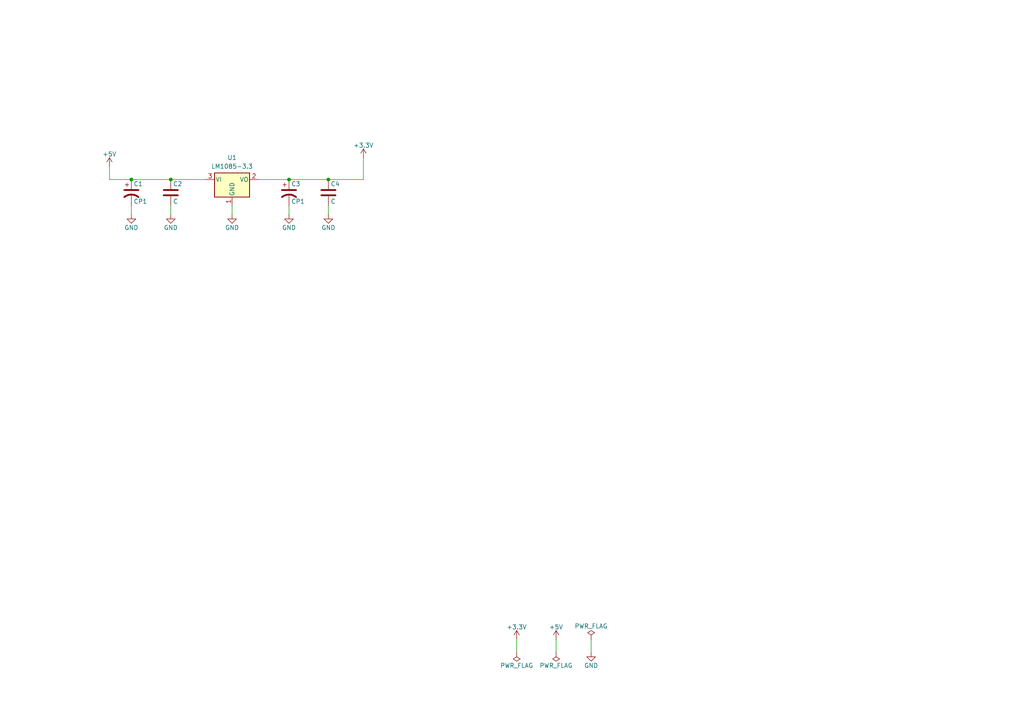
<source format=kicad_sch>
(kicad_sch (version 20231120) (generator "eeschema") (generator_version "8.0")
  (paper "A4")
  (lib_symbols
    (symbol "Lacuna_LM1085:+3.3V" (power) (pin_names (offset 0))
      (property "Value" "+3.3V" (at 0 3.556 0))
      (symbol "+3.3V_0_1"
        (polyline (pts (xy -0.762 1.27) (xy 0 2.54)))
        (polyline (pts (xy 0 0) (xy 0 2.54)))
        (polyline (pts (xy 0 2.54) (xy 0.762 1.27)))
      )
      (symbol "+3.3V_1_1"
        (pin power_out line (at 0 0 90) (length 0) hide (name "+3.3V") (number "2"))
      )
    )
    (symbol "Lacuna_LM1085:+5V" (power) (pin_names (offset 0))
      (property "Value" "+5V" (at 0 3.556 0))
      (symbol "+5V_0_1"
        (polyline (pts (xy -0.762 1.27) (xy 0 2.54)))
        (polyline (pts (xy 0 0) (xy 0 2.54)))
        (polyline (pts (xy 0 2.54) (xy 0.762 1.27)))
      )
      (symbol "+5V_1_1"
        (pin power_in line (at 0 0 90) (length 0) hide (name "+5V") (number "1"))
      )
    )
    (symbol "Lacuna_LM1085:C" (pin_numbers hide) (pin_names (offset 0.254))
      (property "Reference" "C" (at 0.635 2.54 0))
      (property "Value" "C" (at 0.635 -2.54 0))
      (symbol "C_0_1"
        (polyline (pts (xy -2.032 -0.762) (xy 2.032 -0.762)) (stroke (width 0.508)))
        (polyline (pts (xy -2.032 0.762) (xy 2.032 0.762)) (stroke (width 0.508)))
      )
      (symbol "C_1_1"
        (pin passive line (at 0 3.81 270) (length 2.794) (name "~") (number "1"))
        (pin passive line (at 0 -3.81 90) (length 2.794) (name "~") (number "2"))
      )
    )
    (symbol "Lacuna_LM1085:CP1" (pin_numbers hide) (pin_names (offset 0.254) hide)
      (property "Reference" "C" (at 0.635 2.54 0))
      (property "Value" "CP1" (at 0.635 -2.54 0))
      (symbol "CP1_0_1"
        (polyline (pts (xy -2.032 0.762) (xy 2.032 0.762)) (stroke (width 0.508)))
        (polyline (pts (xy -1.778 2.286) (xy -0.762 2.286)))
        (polyline (pts (xy -1.27 1.778) (xy -1.27 2.794)))
        (arc (start 2.032 -1.27) (mid 0 -0.5572) (end -2.032 -1.27) (stroke (width 0.508)))
      )
      (symbol "CP1_1_1"
        (pin passive line (at 0 3.81 270) (length 2.794) (name "~") (number "1"))
        (pin passive line (at 0 -3.81 90) (length 3.302) (name "~") (number "2"))
      )
    )
    (symbol "Lacuna_LM1085:GND" (power) (pin_names (offset 0))
      (property "Value" "GND" (at 0 -3.81 0))
      (symbol "GND_0_1"
        (polyline (pts (xy 0 0) (xy 0 -1.27) (xy 1.27 -1.27) (xy 0 -2.54) (xy -1.27 -1.27) (xy 0 -1.27)))
      )
      (symbol "GND_1_1"
        (pin power_in line (at 0 0 270) (length 0) hide (name "GND") (number "1"))
      )
    )
    (symbol "Lacuna_LM1085:PWR_FLAG" (power) (pin_numbers hide) (pin_names (offset 0) hide)
      (property "Value" "PWR_FLAG" (at 0 3.81 0))
      (symbol "PWR_FLAG_0_0"
        (pin power_out line (at 0 0 90) (length 0) (name "pwr") (number "1"))
      )
      (symbol "PWR_FLAG_0_1"
        (polyline (pts (xy 0 0) (xy 0 1.27) (xy -1.016 1.905) (xy 0 2.54) (xy 1.016 1.905) (xy 0 1.27)))
      )
    )
    (symbol "Regulator_Linear:LM1085-3.3" (pin_names (offset 0.254))
      (property "Reference" "U" (at -3.81 3.175 0))
      (property "Value" "LM1085-3.3" (at 0 3.175 0))
      (symbol "LM1085-3.3_0_1"
        (rectangle (start -5.08 1.905) (end 5.08 -5.08) (stroke (width 0.254)) (fill (type background)))
      )
      (symbol "LM1085-3.3_1_1"
        (pin power_in line (at 0 -7.62 90) (length 2.54) (name "GND") (number "1"))
        (pin power_out line (at 7.62 0 180) (length 2.54) (name "VO") (number "2"))
        (pin power_in line (at -7.62 0 0) (length 2.54) (name "VI") (number "3"))
      )
    )
  )
  (junction (at 83.82 52.07))
  (junction (at 49.53 52.07))
  (junction (at 38.1 52.07))
  (junction (at 95.25 52.07))
  (wire (pts (xy 49.53 59.69) (xy 49.53 62.23)))
  (wire (pts (xy 31.75 52.07) (xy 38.1 52.07)))
  (wire (pts (xy 105.41 52.07) (xy 105.41 45.72)))
  (wire (pts (xy 95.25 52.07) (xy 105.41 52.07)))
  (wire (pts (xy 49.53 52.07) (xy 59.69 52.07)))
  (wire (pts (xy 149.86 185.42) (xy 149.86 189.23)))
  (wire (pts (xy 171.45 185.42) (xy 171.45 189.23)))
  (wire (pts (xy 38.1 62.23) (xy 38.1 59.69)))
  (wire (pts (xy 31.75 52.07) (xy 31.75 48.26)))
  (wire (pts (xy 83.82 52.07) (xy 95.25 52.07)))
  (wire (pts (xy 74.93 52.07) (xy 83.82 52.07)))
  (wire (pts (xy 83.82 59.69) (xy 83.82 62.23)))
  (wire (pts (xy 38.1 52.07) (xy 49.53 52.07)))
  (wire (pts (xy 67.31 59.69) (xy 67.31 62.23)))
  (wire (pts (xy 161.29 185.42) (xy 161.29 189.23)))
  (wire (pts (xy 95.25 59.69) (xy 95.25 62.23)))
  (symbol (lib_id "Lacuna_LM1085:C") (at 49.53 55.88 0) (unit 1)
    (property "Reference" "C2" (at 50.165 53.34 0) (effects (justify left)))
    (property "Value" "C" (at 50.165 58.42 0) (effects (justify left)))
    (property "Footprint" "Capacitor_SMD:C_1206_3216Metric_Pad1.33x1.80mm_HandSolder" (effects (hide yes)))
  )
  (symbol (lib_id "Lacuna_LM1085:CP1") (at 38.1 55.88 0) (unit 1)
    (property "Reference" "C1" (at 38.735 53.34 0) (effects (justify left)))
    (property "Value" "CP1" (at 38.735 58.42 0) (effects (justify left)))
    (property "Footprint" "Capacitor_Tantalum_SMD:CP_EIA-7343-31_Kemet-D_Pad2.25x2.55mm_HandSolder" (effects (hide yes)))
  )
  (symbol (lib_id "Lacuna_LM1085:CP1") (at 83.82 55.88 0) (unit 1)
    (property "Reference" "C3" (at 84.455 53.34 0) (effects (justify left)))
    (property "Value" "CP1" (at 84.455 58.42 0) (effects (justify left)))
    (property "Footprint" "Capacitor_Tantalum_SMD:CP_EIA-7343-31_Kemet-D_Pad2.25x2.55mm_HandSolder" (effects (hide yes)))
  )
  (symbol (lib_id "Lacuna_LM1085:C") (at 95.25 55.88 0) (unit 1)
    (property "Reference" "C4" (at 95.885 53.34 0) (effects (justify left)))
    (property "Value" "C" (at 95.885 58.42 0) (effects (justify left)))
    (property "Footprint" "Capacitor_SMD:C_1206_3216Metric_Pad1.33x1.80mm_HandSolder" (effects (hide yes)))
  )
  (symbol (lib_id "Lacuna_LM1085:GND") (at 38.1 62.23 0) (unit 1)
    (property "Reference" "#PWR01" (effects (hide yes)))
    (property "Value" "GND" (at 38.1 66.04 0))
  )
  (symbol (lib_id "Lacuna_LM1085:GND") (at 49.53 62.23 0) (unit 1)
    (property "Reference" "#PWR02" (effects (hide yes)))
    (property "Value" "GND" (at 49.53 66.04 0))
  )
  (symbol (lib_id "Lacuna_LM1085:GND") (at 67.31 62.23 0) (unit 1)
    (property "Reference" "#PWR03" (effects (hide yes)))
    (property "Value" "GND" (at 67.31 66.04 0))
  )
  (symbol (lib_id "Lacuna_LM1085:GND") (at 83.82 62.23 0) (unit 1)
    (property "Reference" "#PWR04" (effects (hide yes)))
    (property "Value" "GND" (at 83.82 66.04 0))
  )
  (symbol (lib_id "Lacuna_LM1085:GND") (at 95.25 62.23 0) (unit 1)
    (property "Reference" "#PWR05" (effects (hide yes)))
    (property "Value" "GND" (at 95.25 66.04 0))
  )
  (symbol (lib_id "Lacuna_LM1085:GND") (at 171.45 189.23 0) (unit 1)
    (property "Reference" "#PWR06" (effects (hide yes)))
    (property "Value" "GND" (at 171.45 193.04 0))
  )
  (symbol (lib_id "Lacuna_LM1085:PWR_FLAG") (at 171.45 185.42 0) (unit 1)
    (property "Reference" "#FLG07" (effects (hide yes)))
    (property "Value" "PWR_FLAG" (at 171.45 181.61 0))
  )
  (symbol (lib_id "Lacuna_LM1085:+5V") (at 31.75 48.26 0) (unit 1)
    (property "Reference" "#PWR08" (effects (hide yes)))
    (property "Value" "+5V" (at 31.75 44.704 0))
  )
  (symbol (lib_id "Lacuna_LM1085:+3.3V") (at 105.41 45.72 0) (unit 1)
    (property "Reference" "#PWR09" (effects (hide yes)))
    (property "Value" "+3.3V" (at 105.41 42.164 0))
  )
  (symbol (lib_id "Lacuna_LM1085:+5V") (at 161.29 185.42 0) (unit 1)
    (property "Reference" "#PWR010" (effects (hide yes)))
    (property "Value" "+5V" (at 161.29 181.864 0))
  )
  (symbol (lib_id "Lacuna_LM1085:+3.3V") (at 149.86 185.42 0) (unit 1)
    (property "Reference" "#PWR011" (effects (hide yes)))
    (property "Value" "+3.3V" (at 149.86 181.864 0))
  )
  (symbol (lib_id "Lacuna_LM1085:PWR_FLAG") (at 161.29 189.23 180) (unit 1)
    (property "Reference" "#FLG012" (effects (hide yes)))
    (property "Value" "PWR_FLAG" (at 161.29 193.04 0))
  )
  (symbol (lib_id "Lacuna_LM1085:PWR_FLAG") (at 149.86 189.23 180) (unit 1)
    (property "Reference" "#FLG013" (effects (hide yes)))
    (property "Value" "PWR_FLAG" (at 149.86 193.04 0))
  )
  (symbol (lib_id "Regulator_Linear:LM1085-3.3") (at 67.31 52.07 0) (unit 1)
    (property "Reference" "U1" (at 67.31 45.72 0))
    (property "Value" "LM1085-3.3" (at 67.31 48.26 0))
    (property "Footprint" "Package_TO_SOT_SMD:TO-263-3_TabPin2" (effects (hide yes)))
    (property "Datasheet" "http://www.ti.com/lit/ds/symlink/lm1085.pdf" (effects (hide yes)))
    (property "Description" "3A 27V Linear Regulator, Fixed Output 3.3V, TO-220/TO-263" (effects (hide yes)))
  )
)
</source>
